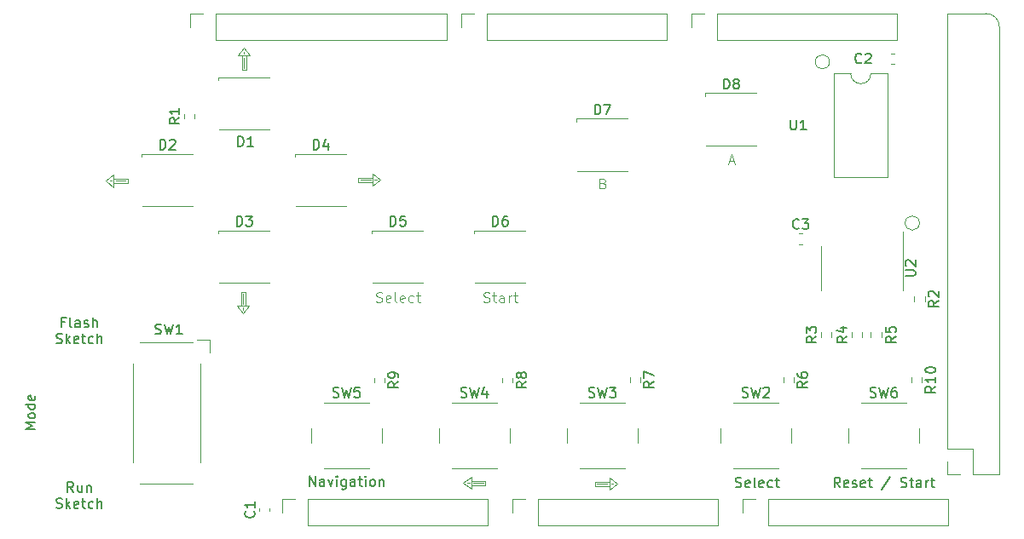
<source format=gto>
%TF.GenerationSoftware,KiCad,Pcbnew,(6.0.7)*%
%TF.CreationDate,2022-11-04T20:59:30-04:00*%
%TF.ProjectId,dmgc-attiny-arduino-mega,646d6763-2d61-4747-9469-6e792d617264,rev?*%
%TF.SameCoordinates,Original*%
%TF.FileFunction,Legend,Top*%
%TF.FilePolarity,Positive*%
%FSLAX46Y46*%
G04 Gerber Fmt 4.6, Leading zero omitted, Abs format (unit mm)*
G04 Created by KiCad (PCBNEW (6.0.7)) date 2022-11-04 20:59:30*
%MOMM*%
%LPD*%
G01*
G04 APERTURE LIST*
%ADD10C,0.150000*%
%ADD11C,0.125000*%
%ADD12C,0.120000*%
G04 APERTURE END LIST*
D10*
X102103380Y-89220666D02*
X101103380Y-89220666D01*
X101817666Y-88887333D01*
X101103380Y-88554000D01*
X102103380Y-88554000D01*
X102103380Y-87934952D02*
X102055761Y-88030190D01*
X102008142Y-88077809D01*
X101912904Y-88125428D01*
X101627190Y-88125428D01*
X101531952Y-88077809D01*
X101484333Y-88030190D01*
X101436714Y-87934952D01*
X101436714Y-87792095D01*
X101484333Y-87696857D01*
X101531952Y-87649238D01*
X101627190Y-87601619D01*
X101912904Y-87601619D01*
X102008142Y-87649238D01*
X102055761Y-87696857D01*
X102103380Y-87792095D01*
X102103380Y-87934952D01*
X102103380Y-86744476D02*
X101103380Y-86744476D01*
X102055761Y-86744476D02*
X102103380Y-86839714D01*
X102103380Y-87030190D01*
X102055761Y-87125428D01*
X102008142Y-87173047D01*
X101912904Y-87220666D01*
X101627190Y-87220666D01*
X101531952Y-87173047D01*
X101484333Y-87125428D01*
X101436714Y-87030190D01*
X101436714Y-86839714D01*
X101484333Y-86744476D01*
X102055761Y-85887333D02*
X102103380Y-85982571D01*
X102103380Y-86173047D01*
X102055761Y-86268285D01*
X101960523Y-86315904D01*
X101579571Y-86315904D01*
X101484333Y-86268285D01*
X101436714Y-86173047D01*
X101436714Y-85982571D01*
X101484333Y-85887333D01*
X101579571Y-85839714D01*
X101674809Y-85839714D01*
X101770047Y-86315904D01*
X105881761Y-95456380D02*
X105548428Y-94980190D01*
X105310333Y-95456380D02*
X105310333Y-94456380D01*
X105691285Y-94456380D01*
X105786523Y-94504000D01*
X105834142Y-94551619D01*
X105881761Y-94646857D01*
X105881761Y-94789714D01*
X105834142Y-94884952D01*
X105786523Y-94932571D01*
X105691285Y-94980190D01*
X105310333Y-94980190D01*
X106738904Y-94789714D02*
X106738904Y-95456380D01*
X106310333Y-94789714D02*
X106310333Y-95313523D01*
X106357952Y-95408761D01*
X106453190Y-95456380D01*
X106596047Y-95456380D01*
X106691285Y-95408761D01*
X106738904Y-95361142D01*
X107215095Y-94789714D02*
X107215095Y-95456380D01*
X107215095Y-94884952D02*
X107262714Y-94837333D01*
X107357952Y-94789714D01*
X107500809Y-94789714D01*
X107596047Y-94837333D01*
X107643666Y-94932571D01*
X107643666Y-95456380D01*
X104191285Y-97018761D02*
X104334142Y-97066380D01*
X104572238Y-97066380D01*
X104667476Y-97018761D01*
X104715095Y-96971142D01*
X104762714Y-96875904D01*
X104762714Y-96780666D01*
X104715095Y-96685428D01*
X104667476Y-96637809D01*
X104572238Y-96590190D01*
X104381761Y-96542571D01*
X104286523Y-96494952D01*
X104238904Y-96447333D01*
X104191285Y-96352095D01*
X104191285Y-96256857D01*
X104238904Y-96161619D01*
X104286523Y-96114000D01*
X104381761Y-96066380D01*
X104619857Y-96066380D01*
X104762714Y-96114000D01*
X105191285Y-97066380D02*
X105191285Y-96066380D01*
X105286523Y-96685428D02*
X105572238Y-97066380D01*
X105572238Y-96399714D02*
X105191285Y-96780666D01*
X106381761Y-97018761D02*
X106286523Y-97066380D01*
X106096047Y-97066380D01*
X106000809Y-97018761D01*
X105953190Y-96923523D01*
X105953190Y-96542571D01*
X106000809Y-96447333D01*
X106096047Y-96399714D01*
X106286523Y-96399714D01*
X106381761Y-96447333D01*
X106429380Y-96542571D01*
X106429380Y-96637809D01*
X105953190Y-96733047D01*
X106715095Y-96399714D02*
X107096047Y-96399714D01*
X106857952Y-96066380D02*
X106857952Y-96923523D01*
X106905571Y-97018761D01*
X107000809Y-97066380D01*
X107096047Y-97066380D01*
X107857952Y-97018761D02*
X107762714Y-97066380D01*
X107572238Y-97066380D01*
X107477000Y-97018761D01*
X107429380Y-96971142D01*
X107381761Y-96875904D01*
X107381761Y-96590190D01*
X107429380Y-96494952D01*
X107477000Y-96447333D01*
X107572238Y-96399714D01*
X107762714Y-96399714D01*
X107857952Y-96447333D01*
X108286523Y-97066380D02*
X108286523Y-96066380D01*
X108715095Y-97066380D02*
X108715095Y-96542571D01*
X108667476Y-96447333D01*
X108572238Y-96399714D01*
X108429380Y-96399714D01*
X108334142Y-96447333D01*
X108286523Y-96494952D01*
X105048428Y-78549571D02*
X104715095Y-78549571D01*
X104715095Y-79073380D02*
X104715095Y-78073380D01*
X105191285Y-78073380D01*
X105715095Y-79073380D02*
X105619857Y-79025761D01*
X105572238Y-78930523D01*
X105572238Y-78073380D01*
X106524619Y-79073380D02*
X106524619Y-78549571D01*
X106477000Y-78454333D01*
X106381761Y-78406714D01*
X106191285Y-78406714D01*
X106096047Y-78454333D01*
X106524619Y-79025761D02*
X106429380Y-79073380D01*
X106191285Y-79073380D01*
X106096047Y-79025761D01*
X106048428Y-78930523D01*
X106048428Y-78835285D01*
X106096047Y-78740047D01*
X106191285Y-78692428D01*
X106429380Y-78692428D01*
X106524619Y-78644809D01*
X106953190Y-79025761D02*
X107048428Y-79073380D01*
X107238904Y-79073380D01*
X107334142Y-79025761D01*
X107381761Y-78930523D01*
X107381761Y-78882904D01*
X107334142Y-78787666D01*
X107238904Y-78740047D01*
X107096047Y-78740047D01*
X107000809Y-78692428D01*
X106953190Y-78597190D01*
X106953190Y-78549571D01*
X107000809Y-78454333D01*
X107096047Y-78406714D01*
X107238904Y-78406714D01*
X107334142Y-78454333D01*
X107810333Y-79073380D02*
X107810333Y-78073380D01*
X108238904Y-79073380D02*
X108238904Y-78549571D01*
X108191285Y-78454333D01*
X108096047Y-78406714D01*
X107953190Y-78406714D01*
X107857952Y-78454333D01*
X107810333Y-78501952D01*
X104191285Y-80635761D02*
X104334142Y-80683380D01*
X104572238Y-80683380D01*
X104667476Y-80635761D01*
X104715095Y-80588142D01*
X104762714Y-80492904D01*
X104762714Y-80397666D01*
X104715095Y-80302428D01*
X104667476Y-80254809D01*
X104572238Y-80207190D01*
X104381761Y-80159571D01*
X104286523Y-80111952D01*
X104238904Y-80064333D01*
X104191285Y-79969095D01*
X104191285Y-79873857D01*
X104238904Y-79778619D01*
X104286523Y-79731000D01*
X104381761Y-79683380D01*
X104619857Y-79683380D01*
X104762714Y-79731000D01*
X105191285Y-80683380D02*
X105191285Y-79683380D01*
X105286523Y-80302428D02*
X105572238Y-80683380D01*
X105572238Y-80016714D02*
X105191285Y-80397666D01*
X106381761Y-80635761D02*
X106286523Y-80683380D01*
X106096047Y-80683380D01*
X106000809Y-80635761D01*
X105953190Y-80540523D01*
X105953190Y-80159571D01*
X106000809Y-80064333D01*
X106096047Y-80016714D01*
X106286523Y-80016714D01*
X106381761Y-80064333D01*
X106429380Y-80159571D01*
X106429380Y-80254809D01*
X105953190Y-80350047D01*
X106715095Y-80016714D02*
X107096047Y-80016714D01*
X106857952Y-79683380D02*
X106857952Y-80540523D01*
X106905571Y-80635761D01*
X107000809Y-80683380D01*
X107096047Y-80683380D01*
X107857952Y-80635761D02*
X107762714Y-80683380D01*
X107572238Y-80683380D01*
X107477000Y-80635761D01*
X107429380Y-80588142D01*
X107381761Y-80492904D01*
X107381761Y-80207190D01*
X107429380Y-80111952D01*
X107477000Y-80064333D01*
X107572238Y-80016714D01*
X107762714Y-80016714D01*
X107857952Y-80064333D01*
X108286523Y-80683380D02*
X108286523Y-79683380D01*
X108715095Y-80683380D02*
X108715095Y-80159571D01*
X108667476Y-80064333D01*
X108572238Y-80016714D01*
X108429380Y-80016714D01*
X108334142Y-80064333D01*
X108286523Y-80111952D01*
X182026666Y-94991380D02*
X181693333Y-94515190D01*
X181455238Y-94991380D02*
X181455238Y-93991380D01*
X181836190Y-93991380D01*
X181931428Y-94039000D01*
X181979047Y-94086619D01*
X182026666Y-94181857D01*
X182026666Y-94324714D01*
X181979047Y-94419952D01*
X181931428Y-94467571D01*
X181836190Y-94515190D01*
X181455238Y-94515190D01*
X182836190Y-94943761D02*
X182740952Y-94991380D01*
X182550476Y-94991380D01*
X182455238Y-94943761D01*
X182407619Y-94848523D01*
X182407619Y-94467571D01*
X182455238Y-94372333D01*
X182550476Y-94324714D01*
X182740952Y-94324714D01*
X182836190Y-94372333D01*
X182883809Y-94467571D01*
X182883809Y-94562809D01*
X182407619Y-94658047D01*
X183264761Y-94943761D02*
X183360000Y-94991380D01*
X183550476Y-94991380D01*
X183645714Y-94943761D01*
X183693333Y-94848523D01*
X183693333Y-94800904D01*
X183645714Y-94705666D01*
X183550476Y-94658047D01*
X183407619Y-94658047D01*
X183312380Y-94610428D01*
X183264761Y-94515190D01*
X183264761Y-94467571D01*
X183312380Y-94372333D01*
X183407619Y-94324714D01*
X183550476Y-94324714D01*
X183645714Y-94372333D01*
X184502857Y-94943761D02*
X184407619Y-94991380D01*
X184217142Y-94991380D01*
X184121904Y-94943761D01*
X184074285Y-94848523D01*
X184074285Y-94467571D01*
X184121904Y-94372333D01*
X184217142Y-94324714D01*
X184407619Y-94324714D01*
X184502857Y-94372333D01*
X184550476Y-94467571D01*
X184550476Y-94562809D01*
X184074285Y-94658047D01*
X184836190Y-94324714D02*
X185217142Y-94324714D01*
X184979047Y-93991380D02*
X184979047Y-94848523D01*
X185026666Y-94943761D01*
X185121904Y-94991380D01*
X185217142Y-94991380D01*
X187026666Y-93943761D02*
X186169523Y-95229476D01*
X188074285Y-94943761D02*
X188217142Y-94991380D01*
X188455238Y-94991380D01*
X188550476Y-94943761D01*
X188598095Y-94896142D01*
X188645714Y-94800904D01*
X188645714Y-94705666D01*
X188598095Y-94610428D01*
X188550476Y-94562809D01*
X188455238Y-94515190D01*
X188264761Y-94467571D01*
X188169523Y-94419952D01*
X188121904Y-94372333D01*
X188074285Y-94277095D01*
X188074285Y-94181857D01*
X188121904Y-94086619D01*
X188169523Y-94039000D01*
X188264761Y-93991380D01*
X188502857Y-93991380D01*
X188645714Y-94039000D01*
X188931428Y-94324714D02*
X189312380Y-94324714D01*
X189074285Y-93991380D02*
X189074285Y-94848523D01*
X189121904Y-94943761D01*
X189217142Y-94991380D01*
X189312380Y-94991380D01*
X190074285Y-94991380D02*
X190074285Y-94467571D01*
X190026666Y-94372333D01*
X189931428Y-94324714D01*
X189740952Y-94324714D01*
X189645714Y-94372333D01*
X190074285Y-94943761D02*
X189979047Y-94991380D01*
X189740952Y-94991380D01*
X189645714Y-94943761D01*
X189598095Y-94848523D01*
X189598095Y-94753285D01*
X189645714Y-94658047D01*
X189740952Y-94610428D01*
X189979047Y-94610428D01*
X190074285Y-94562809D01*
X190550476Y-94991380D02*
X190550476Y-94324714D01*
X190550476Y-94515190D02*
X190598095Y-94419952D01*
X190645714Y-94372333D01*
X190740952Y-94324714D01*
X190836190Y-94324714D01*
X191026666Y-94324714D02*
X191407619Y-94324714D01*
X191169523Y-93991380D02*
X191169523Y-94848523D01*
X191217142Y-94943761D01*
X191312380Y-94991380D01*
X191407619Y-94991380D01*
X171646820Y-94943761D02*
X171789677Y-94991380D01*
X172027772Y-94991380D01*
X172123010Y-94943761D01*
X172170629Y-94896142D01*
X172218248Y-94800904D01*
X172218248Y-94705666D01*
X172170629Y-94610428D01*
X172123010Y-94562809D01*
X172027772Y-94515190D01*
X171837296Y-94467571D01*
X171742058Y-94419952D01*
X171694439Y-94372333D01*
X171646820Y-94277095D01*
X171646820Y-94181857D01*
X171694439Y-94086619D01*
X171742058Y-94039000D01*
X171837296Y-93991380D01*
X172075391Y-93991380D01*
X172218248Y-94039000D01*
X173027772Y-94943761D02*
X172932534Y-94991380D01*
X172742058Y-94991380D01*
X172646820Y-94943761D01*
X172599201Y-94848523D01*
X172599201Y-94467571D01*
X172646820Y-94372333D01*
X172742058Y-94324714D01*
X172932534Y-94324714D01*
X173027772Y-94372333D01*
X173075391Y-94467571D01*
X173075391Y-94562809D01*
X172599201Y-94658047D01*
X173646820Y-94991380D02*
X173551582Y-94943761D01*
X173503963Y-94848523D01*
X173503963Y-93991380D01*
X174408725Y-94943761D02*
X174313487Y-94991380D01*
X174123010Y-94991380D01*
X174027772Y-94943761D01*
X173980153Y-94848523D01*
X173980153Y-94467571D01*
X174027772Y-94372333D01*
X174123010Y-94324714D01*
X174313487Y-94324714D01*
X174408725Y-94372333D01*
X174456344Y-94467571D01*
X174456344Y-94562809D01*
X173980153Y-94658047D01*
X175313487Y-94943761D02*
X175218248Y-94991380D01*
X175027772Y-94991380D01*
X174932534Y-94943761D01*
X174884915Y-94896142D01*
X174837296Y-94800904D01*
X174837296Y-94515190D01*
X174884915Y-94419952D01*
X174932534Y-94372333D01*
X175027772Y-94324714D01*
X175218248Y-94324714D01*
X175313487Y-94372333D01*
X175599201Y-94324714D02*
X175980153Y-94324714D01*
X175742058Y-93991380D02*
X175742058Y-94848523D01*
X175789677Y-94943761D01*
X175884915Y-94991380D01*
X175980153Y-94991380D01*
D11*
X146640952Y-76528761D02*
X146783809Y-76576380D01*
X147021904Y-76576380D01*
X147117142Y-76528761D01*
X147164761Y-76481142D01*
X147212380Y-76385904D01*
X147212380Y-76290666D01*
X147164761Y-76195428D01*
X147117142Y-76147809D01*
X147021904Y-76100190D01*
X146831428Y-76052571D01*
X146736190Y-76004952D01*
X146688571Y-75957333D01*
X146640952Y-75862095D01*
X146640952Y-75766857D01*
X146688571Y-75671619D01*
X146736190Y-75624000D01*
X146831428Y-75576380D01*
X147069523Y-75576380D01*
X147212380Y-75624000D01*
X147498095Y-75909714D02*
X147879047Y-75909714D01*
X147640952Y-75576380D02*
X147640952Y-76433523D01*
X147688571Y-76528761D01*
X147783809Y-76576380D01*
X147879047Y-76576380D01*
X148640952Y-76576380D02*
X148640952Y-76052571D01*
X148593333Y-75957333D01*
X148498095Y-75909714D01*
X148307619Y-75909714D01*
X148212380Y-75957333D01*
X148640952Y-76528761D02*
X148545714Y-76576380D01*
X148307619Y-76576380D01*
X148212380Y-76528761D01*
X148164761Y-76433523D01*
X148164761Y-76338285D01*
X148212380Y-76243047D01*
X148307619Y-76195428D01*
X148545714Y-76195428D01*
X148640952Y-76147809D01*
X149117142Y-76576380D02*
X149117142Y-75909714D01*
X149117142Y-76100190D02*
X149164761Y-76004952D01*
X149212380Y-75957333D01*
X149307619Y-75909714D01*
X149402857Y-75909714D01*
X149593333Y-75909714D02*
X149974285Y-75909714D01*
X149736190Y-75576380D02*
X149736190Y-76433523D01*
X149783809Y-76528761D01*
X149879047Y-76576380D01*
X149974285Y-76576380D01*
X158491428Y-64749571D02*
X158634285Y-64797190D01*
X158681904Y-64844809D01*
X158729523Y-64940047D01*
X158729523Y-65082904D01*
X158681904Y-65178142D01*
X158634285Y-65225761D01*
X158539047Y-65273380D01*
X158158095Y-65273380D01*
X158158095Y-64273380D01*
X158491428Y-64273380D01*
X158586666Y-64321000D01*
X158634285Y-64368619D01*
X158681904Y-64463857D01*
X158681904Y-64559095D01*
X158634285Y-64654333D01*
X158586666Y-64701952D01*
X158491428Y-64749571D01*
X158158095Y-64749571D01*
X135980952Y-76528761D02*
X136123809Y-76576380D01*
X136361904Y-76576380D01*
X136457142Y-76528761D01*
X136504761Y-76481142D01*
X136552380Y-76385904D01*
X136552380Y-76290666D01*
X136504761Y-76195428D01*
X136457142Y-76147809D01*
X136361904Y-76100190D01*
X136171428Y-76052571D01*
X136076190Y-76004952D01*
X136028571Y-75957333D01*
X135980952Y-75862095D01*
X135980952Y-75766857D01*
X136028571Y-75671619D01*
X136076190Y-75624000D01*
X136171428Y-75576380D01*
X136409523Y-75576380D01*
X136552380Y-75624000D01*
X137361904Y-76528761D02*
X137266666Y-76576380D01*
X137076190Y-76576380D01*
X136980952Y-76528761D01*
X136933333Y-76433523D01*
X136933333Y-76052571D01*
X136980952Y-75957333D01*
X137076190Y-75909714D01*
X137266666Y-75909714D01*
X137361904Y-75957333D01*
X137409523Y-76052571D01*
X137409523Y-76147809D01*
X136933333Y-76243047D01*
X137980952Y-76576380D02*
X137885714Y-76528761D01*
X137838095Y-76433523D01*
X137838095Y-75576380D01*
X138742857Y-76528761D02*
X138647619Y-76576380D01*
X138457142Y-76576380D01*
X138361904Y-76528761D01*
X138314285Y-76433523D01*
X138314285Y-76052571D01*
X138361904Y-75957333D01*
X138457142Y-75909714D01*
X138647619Y-75909714D01*
X138742857Y-75957333D01*
X138790476Y-76052571D01*
X138790476Y-76147809D01*
X138314285Y-76243047D01*
X139647619Y-76528761D02*
X139552380Y-76576380D01*
X139361904Y-76576380D01*
X139266666Y-76528761D01*
X139219047Y-76481142D01*
X139171428Y-76385904D01*
X139171428Y-76100190D01*
X139219047Y-76004952D01*
X139266666Y-75957333D01*
X139361904Y-75909714D01*
X139552380Y-75909714D01*
X139647619Y-75957333D01*
X139933333Y-75909714D02*
X140314285Y-75909714D01*
X140076190Y-75576380D02*
X140076190Y-76433523D01*
X140123809Y-76528761D01*
X140219047Y-76576380D01*
X140314285Y-76576380D01*
X171008904Y-62574666D02*
X171485095Y-62574666D01*
X170913666Y-62860380D02*
X171247000Y-61860380D01*
X171580333Y-62860380D01*
D10*
X129329523Y-94864380D02*
X129329523Y-93864380D01*
X129900952Y-94864380D01*
X129900952Y-93864380D01*
X130805714Y-94864380D02*
X130805714Y-94340571D01*
X130758095Y-94245333D01*
X130662857Y-94197714D01*
X130472380Y-94197714D01*
X130377142Y-94245333D01*
X130805714Y-94816761D02*
X130710476Y-94864380D01*
X130472380Y-94864380D01*
X130377142Y-94816761D01*
X130329523Y-94721523D01*
X130329523Y-94626285D01*
X130377142Y-94531047D01*
X130472380Y-94483428D01*
X130710476Y-94483428D01*
X130805714Y-94435809D01*
X131186666Y-94197714D02*
X131424761Y-94864380D01*
X131662857Y-94197714D01*
X132043809Y-94864380D02*
X132043809Y-94197714D01*
X132043809Y-93864380D02*
X131996190Y-93912000D01*
X132043809Y-93959619D01*
X132091428Y-93912000D01*
X132043809Y-93864380D01*
X132043809Y-93959619D01*
X132948571Y-94197714D02*
X132948571Y-95007238D01*
X132900952Y-95102476D01*
X132853333Y-95150095D01*
X132758095Y-95197714D01*
X132615238Y-95197714D01*
X132520000Y-95150095D01*
X132948571Y-94816761D02*
X132853333Y-94864380D01*
X132662857Y-94864380D01*
X132567619Y-94816761D01*
X132520000Y-94769142D01*
X132472380Y-94673904D01*
X132472380Y-94388190D01*
X132520000Y-94292952D01*
X132567619Y-94245333D01*
X132662857Y-94197714D01*
X132853333Y-94197714D01*
X132948571Y-94245333D01*
X133853333Y-94864380D02*
X133853333Y-94340571D01*
X133805714Y-94245333D01*
X133710476Y-94197714D01*
X133520000Y-94197714D01*
X133424761Y-94245333D01*
X133853333Y-94816761D02*
X133758095Y-94864380D01*
X133520000Y-94864380D01*
X133424761Y-94816761D01*
X133377142Y-94721523D01*
X133377142Y-94626285D01*
X133424761Y-94531047D01*
X133520000Y-94483428D01*
X133758095Y-94483428D01*
X133853333Y-94435809D01*
X134186666Y-94197714D02*
X134567619Y-94197714D01*
X134329523Y-93864380D02*
X134329523Y-94721523D01*
X134377142Y-94816761D01*
X134472380Y-94864380D01*
X134567619Y-94864380D01*
X134900952Y-94864380D02*
X134900952Y-94197714D01*
X134900952Y-93864380D02*
X134853333Y-93912000D01*
X134900952Y-93959619D01*
X134948571Y-93912000D01*
X134900952Y-93864380D01*
X134900952Y-93959619D01*
X135520000Y-94864380D02*
X135424761Y-94816761D01*
X135377142Y-94769142D01*
X135329523Y-94673904D01*
X135329523Y-94388190D01*
X135377142Y-94292952D01*
X135424761Y-94245333D01*
X135520000Y-94197714D01*
X135662857Y-94197714D01*
X135758095Y-94245333D01*
X135805714Y-94292952D01*
X135853333Y-94388190D01*
X135853333Y-94673904D01*
X135805714Y-94769142D01*
X135758095Y-94816761D01*
X135662857Y-94864380D01*
X135520000Y-94864380D01*
X136281904Y-94197714D02*
X136281904Y-94864380D01*
X136281904Y-94292952D02*
X136329523Y-94245333D01*
X136424761Y-94197714D01*
X136567619Y-94197714D01*
X136662857Y-94245333D01*
X136710476Y-94340571D01*
X136710476Y-94864380D01*
%TO.C,R10*%
X191500372Y-84951198D02*
X191024182Y-85284531D01*
X191500372Y-85522626D02*
X190500372Y-85522626D01*
X190500372Y-85141674D01*
X190547992Y-85046436D01*
X190595611Y-84998817D01*
X190690849Y-84951198D01*
X190833706Y-84951198D01*
X190928944Y-84998817D01*
X190976563Y-85046436D01*
X191024182Y-85141674D01*
X191024182Y-85522626D01*
X191500372Y-83998817D02*
X191500372Y-84570245D01*
X191500372Y-84284531D02*
X190500372Y-84284531D01*
X190643230Y-84379769D01*
X190738468Y-84475007D01*
X190786087Y-84570245D01*
X190500372Y-83379769D02*
X190500372Y-83284531D01*
X190547992Y-83189293D01*
X190595611Y-83141674D01*
X190690849Y-83094055D01*
X190881325Y-83046436D01*
X191119420Y-83046436D01*
X191309896Y-83094055D01*
X191405134Y-83141674D01*
X191452753Y-83189293D01*
X191500372Y-83284531D01*
X191500372Y-83379769D01*
X191452753Y-83475007D01*
X191405134Y-83522626D01*
X191309896Y-83570245D01*
X191119420Y-83617864D01*
X190881325Y-83617864D01*
X190690849Y-83570245D01*
X190595611Y-83522626D01*
X190547992Y-83475007D01*
X190500372Y-83379769D01*
%TO.C,R9*%
X138166548Y-84496774D02*
X137690358Y-84830108D01*
X138166548Y-85068203D02*
X137166548Y-85068203D01*
X137166548Y-84687250D01*
X137214168Y-84592012D01*
X137261787Y-84544393D01*
X137357025Y-84496774D01*
X137499882Y-84496774D01*
X137595120Y-84544393D01*
X137642739Y-84592012D01*
X137690358Y-84687250D01*
X137690358Y-85068203D01*
X138166548Y-84020584D02*
X138166548Y-83830108D01*
X138118929Y-83734869D01*
X138071310Y-83687250D01*
X137928453Y-83592012D01*
X137737977Y-83544393D01*
X137357025Y-83544393D01*
X137261787Y-83592012D01*
X137214168Y-83639631D01*
X137166548Y-83734869D01*
X137166548Y-83925346D01*
X137214168Y-84020584D01*
X137261787Y-84068203D01*
X137357025Y-84115822D01*
X137595120Y-84115822D01*
X137690358Y-84068203D01*
X137737977Y-84020584D01*
X137785596Y-83925346D01*
X137785596Y-83734869D01*
X137737977Y-83639631D01*
X137690358Y-83592012D01*
X137595120Y-83544393D01*
%TO.C,R8*%
X150874812Y-84489790D02*
X150398622Y-84823124D01*
X150874812Y-85061219D02*
X149874812Y-85061219D01*
X149874812Y-84680266D01*
X149922432Y-84585028D01*
X149970051Y-84537409D01*
X150065289Y-84489790D01*
X150208146Y-84489790D01*
X150303384Y-84537409D01*
X150351003Y-84585028D01*
X150398622Y-84680266D01*
X150398622Y-85061219D01*
X150303384Y-83918362D02*
X150255765Y-84013600D01*
X150208146Y-84061219D01*
X150112908Y-84108838D01*
X150065289Y-84108838D01*
X149970051Y-84061219D01*
X149922432Y-84013600D01*
X149874812Y-83918362D01*
X149874812Y-83727885D01*
X149922432Y-83632647D01*
X149970051Y-83585028D01*
X150065289Y-83537409D01*
X150112908Y-83537409D01*
X150208146Y-83585028D01*
X150255765Y-83632647D01*
X150303384Y-83727885D01*
X150303384Y-83918362D01*
X150351003Y-84013600D01*
X150398622Y-84061219D01*
X150493860Y-84108838D01*
X150684336Y-84108838D01*
X150779574Y-84061219D01*
X150827193Y-84013600D01*
X150874812Y-83918362D01*
X150874812Y-83727885D01*
X150827193Y-83632647D01*
X150779574Y-83585028D01*
X150684336Y-83537409D01*
X150493860Y-83537409D01*
X150398622Y-83585028D01*
X150351003Y-83632647D01*
X150303384Y-83727885D01*
%TO.C,R7*%
X163544428Y-84475007D02*
X163068238Y-84808341D01*
X163544428Y-85046436D02*
X162544428Y-85046436D01*
X162544428Y-84665483D01*
X162592048Y-84570245D01*
X162639667Y-84522626D01*
X162734905Y-84475007D01*
X162877762Y-84475007D01*
X162973000Y-84522626D01*
X163020619Y-84570245D01*
X163068238Y-84665483D01*
X163068238Y-85046436D01*
X162544428Y-84141674D02*
X162544428Y-83475007D01*
X163544428Y-83903579D01*
%TO.C,R6*%
X178786405Y-84475007D02*
X178310215Y-84808341D01*
X178786405Y-85046436D02*
X177786405Y-85046436D01*
X177786405Y-84665483D01*
X177834025Y-84570245D01*
X177881644Y-84522626D01*
X177976882Y-84475007D01*
X178119739Y-84475007D01*
X178214977Y-84522626D01*
X178262596Y-84570245D01*
X178310215Y-84665483D01*
X178310215Y-85046436D01*
X177786405Y-83617864D02*
X177786405Y-83808341D01*
X177834025Y-83903579D01*
X177881644Y-83951198D01*
X178024501Y-84046436D01*
X178214977Y-84094055D01*
X178595929Y-84094055D01*
X178691167Y-84046436D01*
X178738786Y-83998817D01*
X178786405Y-83903579D01*
X178786405Y-83713102D01*
X178738786Y-83617864D01*
X178691167Y-83570245D01*
X178595929Y-83522626D01*
X178357834Y-83522626D01*
X178262596Y-83570245D01*
X178214977Y-83617864D01*
X178167358Y-83713102D01*
X178167358Y-83903579D01*
X178214977Y-83998817D01*
X178262596Y-84046436D01*
X178357834Y-84094055D01*
%TO.C,R5*%
X187574380Y-79973666D02*
X187098190Y-80307000D01*
X187574380Y-80545095D02*
X186574380Y-80545095D01*
X186574380Y-80164142D01*
X186622000Y-80068904D01*
X186669619Y-80021285D01*
X186764857Y-79973666D01*
X186907714Y-79973666D01*
X187002952Y-80021285D01*
X187050571Y-80068904D01*
X187098190Y-80164142D01*
X187098190Y-80545095D01*
X186574380Y-79068904D02*
X186574380Y-79545095D01*
X187050571Y-79592714D01*
X187002952Y-79545095D01*
X186955333Y-79449857D01*
X186955333Y-79211761D01*
X187002952Y-79116523D01*
X187050571Y-79068904D01*
X187145809Y-79021285D01*
X187383904Y-79021285D01*
X187479142Y-79068904D01*
X187526761Y-79116523D01*
X187574380Y-79211761D01*
X187574380Y-79449857D01*
X187526761Y-79545095D01*
X187479142Y-79592714D01*
%TO.C,R4*%
X182715380Y-79973666D02*
X182239190Y-80307000D01*
X182715380Y-80545095D02*
X181715380Y-80545095D01*
X181715380Y-80164142D01*
X181763000Y-80068904D01*
X181810619Y-80021285D01*
X181905857Y-79973666D01*
X182048714Y-79973666D01*
X182143952Y-80021285D01*
X182191571Y-80068904D01*
X182239190Y-80164142D01*
X182239190Y-80545095D01*
X182048714Y-79116523D02*
X182715380Y-79116523D01*
X181667761Y-79354619D02*
X182382047Y-79592714D01*
X182382047Y-78973666D01*
%TO.C,R3*%
X179667380Y-79973666D02*
X179191190Y-80307000D01*
X179667380Y-80545095D02*
X178667380Y-80545095D01*
X178667380Y-80164142D01*
X178715000Y-80068904D01*
X178762619Y-80021285D01*
X178857857Y-79973666D01*
X179000714Y-79973666D01*
X179095952Y-80021285D01*
X179143571Y-80068904D01*
X179191190Y-80164142D01*
X179191190Y-80545095D01*
X178667380Y-79640333D02*
X178667380Y-79021285D01*
X179048333Y-79354619D01*
X179048333Y-79211761D01*
X179095952Y-79116523D01*
X179143571Y-79068904D01*
X179238809Y-79021285D01*
X179476904Y-79021285D01*
X179572142Y-79068904D01*
X179619761Y-79116523D01*
X179667380Y-79211761D01*
X179667380Y-79497476D01*
X179619761Y-79592714D01*
X179572142Y-79640333D01*
%TO.C,R2*%
X191798380Y-76417666D02*
X191322190Y-76751000D01*
X191798380Y-76989095D02*
X190798380Y-76989095D01*
X190798380Y-76608142D01*
X190846000Y-76512904D01*
X190893619Y-76465285D01*
X190988857Y-76417666D01*
X191131714Y-76417666D01*
X191226952Y-76465285D01*
X191274571Y-76512904D01*
X191322190Y-76608142D01*
X191322190Y-76989095D01*
X190893619Y-76036714D02*
X190846000Y-75989095D01*
X190798380Y-75893857D01*
X190798380Y-75655761D01*
X190846000Y-75560523D01*
X190893619Y-75512904D01*
X190988857Y-75465285D01*
X191084095Y-75465285D01*
X191226952Y-75512904D01*
X191798380Y-76084333D01*
X191798380Y-75465285D01*
%TO.C,R1*%
X116421380Y-58256666D02*
X115945190Y-58590000D01*
X116421380Y-58828095D02*
X115421380Y-58828095D01*
X115421380Y-58447142D01*
X115469000Y-58351904D01*
X115516619Y-58304285D01*
X115611857Y-58256666D01*
X115754714Y-58256666D01*
X115849952Y-58304285D01*
X115897571Y-58351904D01*
X115945190Y-58447142D01*
X115945190Y-58828095D01*
X116421380Y-57304285D02*
X116421380Y-57875714D01*
X116421380Y-57590000D02*
X115421380Y-57590000D01*
X115564238Y-57685238D01*
X115659476Y-57780476D01*
X115707095Y-57875714D01*
%TO.C,C3*%
X177938333Y-69209142D02*
X177890714Y-69256761D01*
X177747857Y-69304380D01*
X177652619Y-69304380D01*
X177509761Y-69256761D01*
X177414523Y-69161523D01*
X177366904Y-69066285D01*
X177319285Y-68875809D01*
X177319285Y-68732952D01*
X177366904Y-68542476D01*
X177414523Y-68447238D01*
X177509761Y-68352000D01*
X177652619Y-68304380D01*
X177747857Y-68304380D01*
X177890714Y-68352000D01*
X177938333Y-68399619D01*
X178271666Y-68304380D02*
X178890714Y-68304380D01*
X178557380Y-68685333D01*
X178700238Y-68685333D01*
X178795476Y-68732952D01*
X178843095Y-68780571D01*
X178890714Y-68875809D01*
X178890714Y-69113904D01*
X178843095Y-69209142D01*
X178795476Y-69256761D01*
X178700238Y-69304380D01*
X178414523Y-69304380D01*
X178319285Y-69256761D01*
X178271666Y-69209142D01*
%TO.C,C2*%
X184161333Y-52732142D02*
X184113714Y-52779761D01*
X183970857Y-52827380D01*
X183875619Y-52827380D01*
X183732761Y-52779761D01*
X183637523Y-52684523D01*
X183589904Y-52589285D01*
X183542285Y-52398809D01*
X183542285Y-52255952D01*
X183589904Y-52065476D01*
X183637523Y-51970238D01*
X183732761Y-51875000D01*
X183875619Y-51827380D01*
X183970857Y-51827380D01*
X184113714Y-51875000D01*
X184161333Y-51922619D01*
X184542285Y-51922619D02*
X184589904Y-51875000D01*
X184685142Y-51827380D01*
X184923238Y-51827380D01*
X185018476Y-51875000D01*
X185066095Y-51922619D01*
X185113714Y-52017857D01*
X185113714Y-52113095D01*
X185066095Y-52255952D01*
X184494666Y-52827380D01*
X185113714Y-52827380D01*
%TO.C,C1*%
X123819142Y-97372666D02*
X123866761Y-97420285D01*
X123914380Y-97563142D01*
X123914380Y-97658380D01*
X123866761Y-97801238D01*
X123771523Y-97896476D01*
X123676285Y-97944095D01*
X123485809Y-97991714D01*
X123342952Y-97991714D01*
X123152476Y-97944095D01*
X123057238Y-97896476D01*
X122962000Y-97801238D01*
X122914380Y-97658380D01*
X122914380Y-97563142D01*
X122962000Y-97420285D01*
X123009619Y-97372666D01*
X123914380Y-96420285D02*
X123914380Y-96991714D01*
X123914380Y-96706000D02*
X122914380Y-96706000D01*
X123057238Y-96801238D01*
X123152476Y-96896476D01*
X123200095Y-96991714D01*
%TO.C,SW4*%
X144386666Y-85994761D02*
X144529523Y-86042380D01*
X144767619Y-86042380D01*
X144862857Y-85994761D01*
X144910476Y-85947142D01*
X144958095Y-85851904D01*
X144958095Y-85756666D01*
X144910476Y-85661428D01*
X144862857Y-85613809D01*
X144767619Y-85566190D01*
X144577142Y-85518571D01*
X144481904Y-85470952D01*
X144434285Y-85423333D01*
X144386666Y-85328095D01*
X144386666Y-85232857D01*
X144434285Y-85137619D01*
X144481904Y-85090000D01*
X144577142Y-85042380D01*
X144815238Y-85042380D01*
X144958095Y-85090000D01*
X145291428Y-85042380D02*
X145529523Y-86042380D01*
X145720000Y-85328095D01*
X145910476Y-86042380D01*
X146148571Y-85042380D01*
X146958095Y-85375714D02*
X146958095Y-86042380D01*
X146720000Y-84994761D02*
X146481904Y-85709047D01*
X147100952Y-85709047D01*
%TO.C,SW5*%
X131686666Y-85994761D02*
X131829523Y-86042380D01*
X132067619Y-86042380D01*
X132162857Y-85994761D01*
X132210476Y-85947142D01*
X132258095Y-85851904D01*
X132258095Y-85756666D01*
X132210476Y-85661428D01*
X132162857Y-85613809D01*
X132067619Y-85566190D01*
X131877142Y-85518571D01*
X131781904Y-85470952D01*
X131734285Y-85423333D01*
X131686666Y-85328095D01*
X131686666Y-85232857D01*
X131734285Y-85137619D01*
X131781904Y-85090000D01*
X131877142Y-85042380D01*
X132115238Y-85042380D01*
X132258095Y-85090000D01*
X132591428Y-85042380D02*
X132829523Y-86042380D01*
X133020000Y-85328095D01*
X133210476Y-86042380D01*
X133448571Y-85042380D01*
X134305714Y-85042380D02*
X133829523Y-85042380D01*
X133781904Y-85518571D01*
X133829523Y-85470952D01*
X133924761Y-85423333D01*
X134162857Y-85423333D01*
X134258095Y-85470952D01*
X134305714Y-85518571D01*
X134353333Y-85613809D01*
X134353333Y-85851904D01*
X134305714Y-85947142D01*
X134258095Y-85994761D01*
X134162857Y-86042380D01*
X133924761Y-86042380D01*
X133829523Y-85994761D01*
X133781904Y-85947142D01*
%TO.C,D2*%
X114501904Y-61392380D02*
X114501904Y-60392380D01*
X114740000Y-60392380D01*
X114882857Y-60440000D01*
X114978095Y-60535238D01*
X115025714Y-60630476D01*
X115073333Y-60820952D01*
X115073333Y-60963809D01*
X115025714Y-61154285D01*
X114978095Y-61249523D01*
X114882857Y-61344761D01*
X114740000Y-61392380D01*
X114501904Y-61392380D01*
X115454285Y-60487619D02*
X115501904Y-60440000D01*
X115597142Y-60392380D01*
X115835238Y-60392380D01*
X115930476Y-60440000D01*
X115978095Y-60487619D01*
X116025714Y-60582857D01*
X116025714Y-60678095D01*
X115978095Y-60820952D01*
X115406666Y-61392380D01*
X116025714Y-61392380D01*
%TO.C,U2*%
X188503380Y-73964904D02*
X189312904Y-73964904D01*
X189408142Y-73917285D01*
X189455761Y-73869666D01*
X189503380Y-73774428D01*
X189503380Y-73583952D01*
X189455761Y-73488714D01*
X189408142Y-73441095D01*
X189312904Y-73393476D01*
X188503380Y-73393476D01*
X188598619Y-72964904D02*
X188551000Y-72917285D01*
X188503380Y-72822047D01*
X188503380Y-72583952D01*
X188551000Y-72488714D01*
X188598619Y-72441095D01*
X188693857Y-72393476D01*
X188789095Y-72393476D01*
X188931952Y-72441095D01*
X189503380Y-73012523D01*
X189503380Y-72393476D01*
%TO.C,D7*%
X157681904Y-57912380D02*
X157681904Y-56912380D01*
X157920000Y-56912380D01*
X158062857Y-56960000D01*
X158158095Y-57055238D01*
X158205714Y-57150476D01*
X158253333Y-57340952D01*
X158253333Y-57483809D01*
X158205714Y-57674285D01*
X158158095Y-57769523D01*
X158062857Y-57864761D01*
X157920000Y-57912380D01*
X157681904Y-57912380D01*
X158586666Y-56912380D02*
X159253333Y-56912380D01*
X158824761Y-57912380D01*
%TO.C,D6*%
X147521904Y-69012380D02*
X147521904Y-68012380D01*
X147760000Y-68012380D01*
X147902857Y-68060000D01*
X147998095Y-68155238D01*
X148045714Y-68250476D01*
X148093333Y-68440952D01*
X148093333Y-68583809D01*
X148045714Y-68774285D01*
X147998095Y-68869523D01*
X147902857Y-68964761D01*
X147760000Y-69012380D01*
X147521904Y-69012380D01*
X148950476Y-68012380D02*
X148760000Y-68012380D01*
X148664761Y-68060000D01*
X148617142Y-68107619D01*
X148521904Y-68250476D01*
X148474285Y-68440952D01*
X148474285Y-68821904D01*
X148521904Y-68917142D01*
X148569523Y-68964761D01*
X148664761Y-69012380D01*
X148855238Y-69012380D01*
X148950476Y-68964761D01*
X148998095Y-68917142D01*
X149045714Y-68821904D01*
X149045714Y-68583809D01*
X148998095Y-68488571D01*
X148950476Y-68440952D01*
X148855238Y-68393333D01*
X148664761Y-68393333D01*
X148569523Y-68440952D01*
X148521904Y-68488571D01*
X148474285Y-68583809D01*
%TO.C,SW2*%
X172326666Y-85994761D02*
X172469523Y-86042380D01*
X172707619Y-86042380D01*
X172802857Y-85994761D01*
X172850476Y-85947142D01*
X172898095Y-85851904D01*
X172898095Y-85756666D01*
X172850476Y-85661428D01*
X172802857Y-85613809D01*
X172707619Y-85566190D01*
X172517142Y-85518571D01*
X172421904Y-85470952D01*
X172374285Y-85423333D01*
X172326666Y-85328095D01*
X172326666Y-85232857D01*
X172374285Y-85137619D01*
X172421904Y-85090000D01*
X172517142Y-85042380D01*
X172755238Y-85042380D01*
X172898095Y-85090000D01*
X173231428Y-85042380D02*
X173469523Y-86042380D01*
X173660000Y-85328095D01*
X173850476Y-86042380D01*
X174088571Y-85042380D01*
X174421904Y-85137619D02*
X174469523Y-85090000D01*
X174564761Y-85042380D01*
X174802857Y-85042380D01*
X174898095Y-85090000D01*
X174945714Y-85137619D01*
X174993333Y-85232857D01*
X174993333Y-85328095D01*
X174945714Y-85470952D01*
X174374285Y-86042380D01*
X174993333Y-86042380D01*
%TO.C,SW6*%
X185026666Y-85994761D02*
X185169523Y-86042380D01*
X185407619Y-86042380D01*
X185502857Y-85994761D01*
X185550476Y-85947142D01*
X185598095Y-85851904D01*
X185598095Y-85756666D01*
X185550476Y-85661428D01*
X185502857Y-85613809D01*
X185407619Y-85566190D01*
X185217142Y-85518571D01*
X185121904Y-85470952D01*
X185074285Y-85423333D01*
X185026666Y-85328095D01*
X185026666Y-85232857D01*
X185074285Y-85137619D01*
X185121904Y-85090000D01*
X185217142Y-85042380D01*
X185455238Y-85042380D01*
X185598095Y-85090000D01*
X185931428Y-85042380D02*
X186169523Y-86042380D01*
X186360000Y-85328095D01*
X186550476Y-86042380D01*
X186788571Y-85042380D01*
X187598095Y-85042380D02*
X187407619Y-85042380D01*
X187312380Y-85090000D01*
X187264761Y-85137619D01*
X187169523Y-85280476D01*
X187121904Y-85470952D01*
X187121904Y-85851904D01*
X187169523Y-85947142D01*
X187217142Y-85994761D01*
X187312380Y-86042380D01*
X187502857Y-86042380D01*
X187598095Y-85994761D01*
X187645714Y-85947142D01*
X187693333Y-85851904D01*
X187693333Y-85613809D01*
X187645714Y-85518571D01*
X187598095Y-85470952D01*
X187502857Y-85423333D01*
X187312380Y-85423333D01*
X187217142Y-85470952D01*
X187169523Y-85518571D01*
X187121904Y-85613809D01*
%TO.C,D3*%
X122121904Y-69012380D02*
X122121904Y-68012380D01*
X122360000Y-68012380D01*
X122502857Y-68060000D01*
X122598095Y-68155238D01*
X122645714Y-68250476D01*
X122693333Y-68440952D01*
X122693333Y-68583809D01*
X122645714Y-68774285D01*
X122598095Y-68869523D01*
X122502857Y-68964761D01*
X122360000Y-69012380D01*
X122121904Y-69012380D01*
X123026666Y-68012380D02*
X123645714Y-68012380D01*
X123312380Y-68393333D01*
X123455238Y-68393333D01*
X123550476Y-68440952D01*
X123598095Y-68488571D01*
X123645714Y-68583809D01*
X123645714Y-68821904D01*
X123598095Y-68917142D01*
X123550476Y-68964761D01*
X123455238Y-69012380D01*
X123169523Y-69012380D01*
X123074285Y-68964761D01*
X123026666Y-68917142D01*
%TO.C,SW1*%
X114033666Y-79703761D02*
X114176523Y-79751380D01*
X114414619Y-79751380D01*
X114509857Y-79703761D01*
X114557476Y-79656142D01*
X114605095Y-79560904D01*
X114605095Y-79465666D01*
X114557476Y-79370428D01*
X114509857Y-79322809D01*
X114414619Y-79275190D01*
X114224142Y-79227571D01*
X114128904Y-79179952D01*
X114081285Y-79132333D01*
X114033666Y-79037095D01*
X114033666Y-78941857D01*
X114081285Y-78846619D01*
X114128904Y-78799000D01*
X114224142Y-78751380D01*
X114462238Y-78751380D01*
X114605095Y-78799000D01*
X114938428Y-78751380D02*
X115176523Y-79751380D01*
X115367000Y-79037095D01*
X115557476Y-79751380D01*
X115795571Y-78751380D01*
X116700333Y-79751380D02*
X116128904Y-79751380D01*
X116414619Y-79751380D02*
X116414619Y-78751380D01*
X116319380Y-78894238D01*
X116224142Y-78989476D01*
X116128904Y-79037095D01*
%TO.C,D5*%
X137361904Y-69012380D02*
X137361904Y-68012380D01*
X137600000Y-68012380D01*
X137742857Y-68060000D01*
X137838095Y-68155238D01*
X137885714Y-68250476D01*
X137933333Y-68440952D01*
X137933333Y-68583809D01*
X137885714Y-68774285D01*
X137838095Y-68869523D01*
X137742857Y-68964761D01*
X137600000Y-69012380D01*
X137361904Y-69012380D01*
X138838095Y-68012380D02*
X138361904Y-68012380D01*
X138314285Y-68488571D01*
X138361904Y-68440952D01*
X138457142Y-68393333D01*
X138695238Y-68393333D01*
X138790476Y-68440952D01*
X138838095Y-68488571D01*
X138885714Y-68583809D01*
X138885714Y-68821904D01*
X138838095Y-68917142D01*
X138790476Y-68964761D01*
X138695238Y-69012380D01*
X138457142Y-69012380D01*
X138361904Y-68964761D01*
X138314285Y-68917142D01*
%TO.C,SW3*%
X157086666Y-85994761D02*
X157229523Y-86042380D01*
X157467619Y-86042380D01*
X157562857Y-85994761D01*
X157610476Y-85947142D01*
X157658095Y-85851904D01*
X157658095Y-85756666D01*
X157610476Y-85661428D01*
X157562857Y-85613809D01*
X157467619Y-85566190D01*
X157277142Y-85518571D01*
X157181904Y-85470952D01*
X157134285Y-85423333D01*
X157086666Y-85328095D01*
X157086666Y-85232857D01*
X157134285Y-85137619D01*
X157181904Y-85090000D01*
X157277142Y-85042380D01*
X157515238Y-85042380D01*
X157658095Y-85090000D01*
X157991428Y-85042380D02*
X158229523Y-86042380D01*
X158420000Y-85328095D01*
X158610476Y-86042380D01*
X158848571Y-85042380D01*
X159134285Y-85042380D02*
X159753333Y-85042380D01*
X159420000Y-85423333D01*
X159562857Y-85423333D01*
X159658095Y-85470952D01*
X159705714Y-85518571D01*
X159753333Y-85613809D01*
X159753333Y-85851904D01*
X159705714Y-85947142D01*
X159658095Y-85994761D01*
X159562857Y-86042380D01*
X159277142Y-86042380D01*
X159181904Y-85994761D01*
X159134285Y-85947142D01*
%TO.C,D4*%
X129741904Y-61392380D02*
X129741904Y-60392380D01*
X129980000Y-60392380D01*
X130122857Y-60440000D01*
X130218095Y-60535238D01*
X130265714Y-60630476D01*
X130313333Y-60820952D01*
X130313333Y-60963809D01*
X130265714Y-61154285D01*
X130218095Y-61249523D01*
X130122857Y-61344761D01*
X129980000Y-61392380D01*
X129741904Y-61392380D01*
X131170476Y-60725714D02*
X131170476Y-61392380D01*
X130932380Y-60344761D02*
X130694285Y-61059047D01*
X131313333Y-61059047D01*
%TO.C,U1*%
X177089095Y-58431380D02*
X177089095Y-59240904D01*
X177136714Y-59336142D01*
X177184333Y-59383761D01*
X177279571Y-59431380D01*
X177470047Y-59431380D01*
X177565285Y-59383761D01*
X177612904Y-59336142D01*
X177660523Y-59240904D01*
X177660523Y-58431380D01*
X178660523Y-59431380D02*
X178089095Y-59431380D01*
X178374809Y-59431380D02*
X178374809Y-58431380D01*
X178279571Y-58574238D01*
X178184333Y-58669476D01*
X178089095Y-58717095D01*
%TO.C,D8*%
X170471904Y-55372380D02*
X170471904Y-54372380D01*
X170710000Y-54372380D01*
X170852857Y-54420000D01*
X170948095Y-54515238D01*
X170995714Y-54610476D01*
X171043333Y-54800952D01*
X171043333Y-54943809D01*
X170995714Y-55134285D01*
X170948095Y-55229523D01*
X170852857Y-55324761D01*
X170710000Y-55372380D01*
X170471904Y-55372380D01*
X171614761Y-54800952D02*
X171519523Y-54753333D01*
X171471904Y-54705714D01*
X171424285Y-54610476D01*
X171424285Y-54562857D01*
X171471904Y-54467619D01*
X171519523Y-54420000D01*
X171614761Y-54372380D01*
X171805238Y-54372380D01*
X171900476Y-54420000D01*
X171948095Y-54467619D01*
X171995714Y-54562857D01*
X171995714Y-54610476D01*
X171948095Y-54705714D01*
X171900476Y-54753333D01*
X171805238Y-54800952D01*
X171614761Y-54800952D01*
X171519523Y-54848571D01*
X171471904Y-54896190D01*
X171424285Y-54991428D01*
X171424285Y-55181904D01*
X171471904Y-55277142D01*
X171519523Y-55324761D01*
X171614761Y-55372380D01*
X171805238Y-55372380D01*
X171900476Y-55324761D01*
X171948095Y-55277142D01*
X171995714Y-55181904D01*
X171995714Y-54991428D01*
X171948095Y-54896190D01*
X171900476Y-54848571D01*
X171805238Y-54800952D01*
%TO.C,D1*%
X122248904Y-61082380D02*
X122248904Y-60082380D01*
X122487000Y-60082380D01*
X122629857Y-60130000D01*
X122725095Y-60225238D01*
X122772714Y-60320476D01*
X122820333Y-60510952D01*
X122820333Y-60653809D01*
X122772714Y-60844285D01*
X122725095Y-60939523D01*
X122629857Y-61034761D01*
X122487000Y-61082380D01*
X122248904Y-61082380D01*
X123772714Y-61082380D02*
X123201285Y-61082380D01*
X123487000Y-61082380D02*
X123487000Y-60082380D01*
X123391761Y-60225238D01*
X123296523Y-60320476D01*
X123201285Y-60368095D01*
D12*
%TO.C,R10*%
X189095492Y-84071083D02*
X189095492Y-84545599D01*
X190140492Y-84071083D02*
X190140492Y-84545599D01*
%TO.C,R9*%
X135761668Y-84092850D02*
X135761668Y-84567366D01*
X136806668Y-84092850D02*
X136806668Y-84567366D01*
%TO.C,R8*%
X148469932Y-84085866D02*
X148469932Y-84560382D01*
X149514932Y-84085866D02*
X149514932Y-84560382D01*
%TO.C,R7*%
X161139548Y-84071083D02*
X161139548Y-84545599D01*
X162184548Y-84071083D02*
X162184548Y-84545599D01*
%TO.C,R6*%
X176381525Y-84071083D02*
X176381525Y-84545599D01*
X177426525Y-84071083D02*
X177426525Y-84545599D01*
%TO.C,R5*%
X186120500Y-80044258D02*
X186120500Y-79569742D01*
X185075500Y-80044258D02*
X185075500Y-79569742D01*
%TO.C,R4*%
X184215500Y-80044258D02*
X184215500Y-79569742D01*
X183170500Y-80044258D02*
X183170500Y-79569742D01*
%TO.C,R3*%
X181167500Y-80044258D02*
X181167500Y-79569742D01*
X180122500Y-80044258D02*
X180122500Y-79569742D01*
%TO.C,R2*%
X189393500Y-76013742D02*
X189393500Y-76488258D01*
X190438500Y-76013742D02*
X190438500Y-76488258D01*
%TO.C,R1*%
X117921500Y-58327258D02*
X117921500Y-57852742D01*
X116876500Y-58327258D02*
X116876500Y-57852742D01*
%TO.C,C3*%
X177964420Y-70792000D02*
X178245580Y-70792000D01*
X177964420Y-69772000D02*
X178245580Y-69772000D01*
%TO.C,C2*%
X187108420Y-52885000D02*
X187389580Y-52885000D01*
X187108420Y-51865000D02*
X187389580Y-51865000D01*
%TO.C,C1*%
X125402000Y-97346580D02*
X125402000Y-97065420D01*
X124382000Y-97346580D02*
X124382000Y-97065420D01*
%TO.C,J4*%
X197850000Y-93710000D02*
X197848838Y-49257278D01*
X195250000Y-93710000D02*
X195250000Y-91110000D01*
X192650000Y-91110000D02*
X192650000Y-47870000D01*
X193980000Y-93710000D02*
X192650000Y-93710000D01*
X195250000Y-91110000D02*
X192650000Y-91110000D01*
X192650000Y-93710000D02*
X192650000Y-92380000D01*
X197850000Y-93710000D02*
X195250000Y-93710000D01*
X192650000Y-47870000D02*
X196516649Y-47869932D01*
X197848838Y-49257278D02*
G75*
G03*
X196516649Y-47869932I-1328837J57279D01*
G01*
%TO.C,J1*%
X129210000Y-98790000D02*
X147050000Y-98790000D01*
X129210000Y-98790000D02*
X129210000Y-96130000D01*
X147050000Y-98790000D02*
X147050000Y-96130000D01*
X129210000Y-96130000D02*
X147050000Y-96130000D01*
X126610000Y-97460000D02*
X126610000Y-96130000D01*
X126610000Y-96130000D02*
X127940000Y-96130000D01*
%TO.C,J2*%
X152070000Y-98790000D02*
X169910000Y-98790000D01*
X152070000Y-96130000D02*
X169910000Y-96130000D01*
X149470000Y-97460000D02*
X149470000Y-96130000D01*
X149470000Y-96130000D02*
X150800000Y-96130000D01*
X152070000Y-98790000D02*
X152070000Y-96130000D01*
X169910000Y-98790000D02*
X169910000Y-96130000D01*
%TO.C,J3*%
X174930000Y-98790000D02*
X192770000Y-98790000D01*
X172330000Y-97460000D02*
X172330000Y-96130000D01*
X192770000Y-98790000D02*
X192770000Y-96130000D01*
X172330000Y-96130000D02*
X173660000Y-96130000D01*
X174930000Y-98790000D02*
X174930000Y-96130000D01*
X174930000Y-96130000D02*
X192770000Y-96130000D01*
%TO.C,J5*%
X120066000Y-50530000D02*
X120066000Y-47870000D01*
X120066000Y-47870000D02*
X142986000Y-47870000D01*
X142986000Y-50530000D02*
X142986000Y-47870000D01*
X117466000Y-49200000D02*
X117466000Y-47870000D01*
X117466000Y-47870000D02*
X118796000Y-47870000D01*
X120066000Y-50530000D02*
X142986000Y-50530000D01*
%TO.C,J6*%
X144390000Y-49200000D02*
X144390000Y-47870000D01*
X146990000Y-50530000D02*
X164830000Y-50530000D01*
X164830000Y-50530000D02*
X164830000Y-47870000D01*
X146990000Y-50530000D02*
X146990000Y-47870000D01*
X146990000Y-47870000D02*
X164830000Y-47870000D01*
X144390000Y-47870000D02*
X145720000Y-47870000D01*
%TO.C,J7*%
X167250000Y-49200000D02*
X167250000Y-47870000D01*
X169850000Y-50530000D02*
X169850000Y-47870000D01*
X167250000Y-47870000D02*
X168580000Y-47870000D01*
X169850000Y-47870000D02*
X187690000Y-47870000D01*
X169850000Y-50530000D02*
X187690000Y-50530000D01*
X187690000Y-50530000D02*
X187690000Y-47870000D01*
%TO.C,arrow\u002A\u002A*%
X123035000Y-52075000D02*
X123035000Y-53475000D01*
X123435000Y-52075000D02*
X122435000Y-52075000D01*
X122835000Y-52275000D02*
X122835000Y-53275000D01*
X122635000Y-53475000D02*
X123035000Y-53475000D01*
X122435000Y-52075000D02*
X122235000Y-52075000D01*
X122235000Y-52075000D02*
X122435000Y-52075000D01*
X122835000Y-51875000D02*
X122835000Y-51675000D01*
X122835000Y-51275000D02*
X123435000Y-52075000D01*
X122635000Y-52075000D02*
X122635000Y-53475000D01*
X122235000Y-52075000D02*
X122835000Y-51275000D01*
%TO.C,SW4*%
X147970000Y-86590000D02*
X143470000Y-86590000D01*
X149220000Y-90590000D02*
X149220000Y-89090000D01*
X142220000Y-89090000D02*
X142220000Y-90590000D01*
X143470000Y-93090000D02*
X147970000Y-93090000D01*
%TO.C,SW5*%
X130770000Y-93090000D02*
X135270000Y-93090000D01*
X136520000Y-90590000D02*
X136520000Y-89090000D01*
X129520000Y-89090000D02*
X129520000Y-90590000D01*
X135270000Y-86590000D02*
X130770000Y-86590000D01*
%TO.C,arrow\u002A\u002A*%
X109887000Y-64919000D02*
X109887000Y-65119000D01*
X109887000Y-64319000D02*
X111287000Y-64319000D01*
X109887000Y-64719000D02*
X111287000Y-64719000D01*
X109087000Y-64519000D02*
X109887000Y-63919000D01*
X109887000Y-65119000D02*
X109887000Y-64919000D01*
X110087000Y-64519000D02*
X111087000Y-64519000D01*
X109887000Y-65119000D02*
X109087000Y-64519000D01*
X109687000Y-64519000D02*
X109487000Y-64519000D01*
X109887000Y-63919000D02*
X109887000Y-64919000D01*
X111287000Y-64719000D02*
X111287000Y-64319000D01*
X122158000Y-76932000D02*
X123158000Y-76932000D01*
X122758000Y-77132000D02*
X122758000Y-77332000D01*
X123158000Y-76932000D02*
X123358000Y-76932000D01*
X122558000Y-76932000D02*
X122558000Y-75532000D01*
X122758000Y-77732000D02*
X122158000Y-76932000D01*
X122958000Y-75532000D02*
X122558000Y-75532000D01*
X122958000Y-76932000D02*
X122958000Y-75532000D01*
X123358000Y-76932000D02*
X123158000Y-76932000D01*
X122758000Y-76732000D02*
X122758000Y-75732000D01*
X123358000Y-76932000D02*
X122758000Y-77732000D01*
%TO.C,D2*%
X112620000Y-62140000D02*
X112620000Y-61820000D01*
X112740000Y-67060000D02*
X117740000Y-67060000D01*
X112620000Y-61820000D02*
X117740000Y-61820000D01*
%TO.C,U2*%
X180166000Y-73203000D02*
X180166000Y-71003000D01*
X188236000Y-73203000D02*
X188236000Y-75403000D01*
X180166000Y-73203000D02*
X180166000Y-75403000D01*
X188236000Y-73203000D02*
X188236000Y-69603000D01*
X189908107Y-68703000D02*
G75*
G03*
X189908107Y-68703000I-707107J0D01*
G01*
%TO.C,D7*%
X155920000Y-63580000D02*
X160920000Y-63580000D01*
X155800000Y-58660000D02*
X155800000Y-58340000D01*
X155800000Y-58340000D02*
X160920000Y-58340000D01*
%TO.C,D6*%
X145760000Y-74680000D02*
X150760000Y-74680000D01*
X145640000Y-69760000D02*
X145640000Y-69440000D01*
X145640000Y-69440000D02*
X150760000Y-69440000D01*
%TO.C,SW2*%
X170160000Y-89090000D02*
X170160000Y-90590000D01*
X177160000Y-90590000D02*
X177160000Y-89090000D01*
X171410000Y-93090000D02*
X175910000Y-93090000D01*
X175910000Y-86590000D02*
X171410000Y-86590000D01*
%TO.C,arrow\u002A\u002A*%
X145420000Y-94964000D02*
X145420000Y-95164000D01*
X145420000Y-93964000D02*
X145420000Y-94964000D01*
X146820000Y-94764000D02*
X146820000Y-94364000D01*
X145420000Y-95164000D02*
X145420000Y-94964000D01*
X145420000Y-94764000D02*
X146820000Y-94764000D01*
X145420000Y-94364000D02*
X146820000Y-94364000D01*
X144620000Y-94564000D02*
X145420000Y-93964000D01*
X145220000Y-94564000D02*
X145020000Y-94564000D01*
X145420000Y-95164000D02*
X144620000Y-94564000D01*
X145620000Y-94564000D02*
X146620000Y-94564000D01*
%TO.C,SW6*%
X189860000Y-90590000D02*
X189860000Y-89090000D01*
X188610000Y-86590000D02*
X184110000Y-86590000D01*
X184110000Y-93090000D02*
X188610000Y-93090000D01*
X182860000Y-89090000D02*
X182860000Y-90590000D01*
%TO.C,D3*%
X120240000Y-69760000D02*
X120240000Y-69440000D01*
X120360000Y-74680000D02*
X125360000Y-74680000D01*
X120240000Y-69440000D02*
X125360000Y-69440000D01*
%TO.C,SW1*%
X118481500Y-82646500D02*
X118481500Y-92546500D01*
X119431500Y-80296500D02*
X119431500Y-81596500D01*
X117731500Y-94596500D02*
X112531500Y-94596500D01*
X112531500Y-80596500D02*
X117731500Y-80596500D01*
X118131500Y-80296500D02*
X119431500Y-80296500D01*
X111781500Y-92546500D02*
X111781500Y-82646500D01*
%TO.C,D5*%
X135600000Y-74680000D02*
X140600000Y-74680000D01*
X135480000Y-69760000D02*
X135480000Y-69440000D01*
X135480000Y-69440000D02*
X140600000Y-69440000D01*
%TO.C,SW3*%
X154920000Y-89090000D02*
X154920000Y-90590000D01*
X160670000Y-86590000D02*
X156170000Y-86590000D01*
X161920000Y-90590000D02*
X161920000Y-89090000D01*
X156170000Y-93090000D02*
X160670000Y-93090000D01*
%TO.C,D4*%
X127860000Y-62140000D02*
X127860000Y-61820000D01*
X127860000Y-61820000D02*
X132980000Y-61820000D01*
X127980000Y-67060000D02*
X132980000Y-67060000D01*
%TO.C,U1*%
X181434000Y-64129000D02*
X186734000Y-64129000D01*
X186734000Y-53849000D02*
X185084000Y-53849000D01*
X181434000Y-53849000D02*
X181434000Y-64129000D01*
X186734000Y-64129000D02*
X186734000Y-53849000D01*
X183084000Y-53849000D02*
X181434000Y-53849000D01*
X183084000Y-53849000D02*
G75*
G03*
X185084000Y-53849000I1000000J0D01*
G01*
X180981107Y-52679000D02*
G75*
G03*
X180981107Y-52679000I-707107J0D01*
G01*
%TO.C,arrow\u002A\u002A*%
X134206000Y-64215000D02*
X134206000Y-64615000D01*
X135606000Y-64215000D02*
X134206000Y-64215000D01*
X136406000Y-64415000D02*
X135606000Y-65015000D01*
X135606000Y-63815000D02*
X136406000Y-64415000D01*
X135606000Y-63815000D02*
X135606000Y-64015000D01*
X135606000Y-64615000D02*
X134206000Y-64615000D01*
X135606000Y-64015000D02*
X135606000Y-63815000D01*
X135606000Y-65015000D02*
X135606000Y-64015000D01*
X135406000Y-64415000D02*
X134406000Y-64415000D01*
X135806000Y-64415000D02*
X136006000Y-64415000D01*
%TO.C,D8*%
X168590000Y-56120000D02*
X168590000Y-55800000D01*
X168590000Y-55800000D02*
X173710000Y-55800000D01*
X168710000Y-61040000D02*
X173710000Y-61040000D01*
%TO.C,D1*%
X120360000Y-59440000D02*
X125360000Y-59440000D01*
X120240000Y-54200000D02*
X125360000Y-54200000D01*
X120240000Y-54520000D02*
X120240000Y-54200000D01*
%TO.C,arrow\u002A\u002A*%
X159101000Y-94241000D02*
X159101000Y-94041000D01*
X159101000Y-94041000D02*
X159901000Y-94641000D01*
X159301000Y-94641000D02*
X159501000Y-94641000D01*
X157701000Y-94441000D02*
X157701000Y-94841000D01*
X159101000Y-94441000D02*
X157701000Y-94441000D01*
X158901000Y-94641000D02*
X157901000Y-94641000D01*
X159901000Y-94641000D02*
X159101000Y-95241000D01*
X159101000Y-95241000D02*
X159101000Y-94241000D01*
X159101000Y-94841000D02*
X157701000Y-94841000D01*
X159101000Y-94041000D02*
X159101000Y-94241000D01*
%TD*%
M02*

</source>
